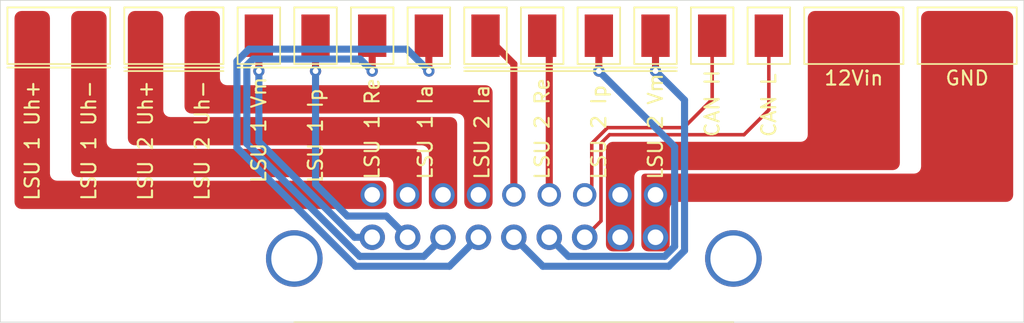
<source format=kicad_pcb>
(kicad_pcb (version 20171130) (host pcbnew "(5.1.10)-1")

  (general
    (thickness 1.6)
    (drawings 83)
    (tracks 59)
    (zones 0)
    (modules 2)
    (nets 17)
  )

  (page A4)
  (layers
    (0 F.Cu signal)
    (31 B.Cu signal)
    (32 B.Adhes user)
    (33 F.Adhes user)
    (34 B.Paste user)
    (35 F.Paste user)
    (36 B.SilkS user)
    (37 F.SilkS user)
    (38 B.Mask user)
    (39 F.Mask user)
    (40 Dwgs.User user)
    (41 Cmts.User user)
    (42 Eco1.User user)
    (43 Eco2.User user)
    (44 Edge.Cuts user)
    (45 Margin user)
    (46 B.CrtYd user)
    (47 F.CrtYd user)
    (48 B.Fab user)
    (49 F.Fab user)
  )

  (setup
    (last_trace_width 0.25)
    (user_trace_width 0.5)
    (trace_clearance 0.2)
    (zone_clearance 0.2)
    (zone_45_only no)
    (trace_min 0.2)
    (via_size 0.8)
    (via_drill 0.4)
    (via_min_size 0.4)
    (via_min_drill 0.3)
    (uvia_size 0.3)
    (uvia_drill 0.1)
    (uvias_allowed no)
    (uvia_min_size 0.2)
    (uvia_min_drill 0.1)
    (edge_width 0.05)
    (segment_width 0.2)
    (pcb_text_width 0.3)
    (pcb_text_size 1.5 1.5)
    (mod_edge_width 0.12)
    (mod_text_size 1 1)
    (mod_text_width 0.15)
    (pad_size 1.524 1.524)
    (pad_drill 0.762)
    (pad_to_mask_clearance 0)
    (aux_axis_origin 0 0)
    (visible_elements 7FFFFFFF)
    (pcbplotparams
      (layerselection 0x010fc_ffffffff)
      (usegerberextensions false)
      (usegerberattributes true)
      (usegerberadvancedattributes true)
      (creategerberjobfile true)
      (excludeedgelayer true)
      (linewidth 0.150000)
      (plotframeref false)
      (viasonmask false)
      (mode 1)
      (useauxorigin false)
      (hpglpennumber 1)
      (hpglpenspeed 20)
      (hpglpendiameter 15.000000)
      (psnegative false)
      (psa4output false)
      (plotreference true)
      (plotvalue true)
      (plotinvisibletext false)
      (padsonsilk false)
      (subtractmaskfromsilk false)
      (outputformat 1)
      (mirror false)
      (drillshape 0)
      (scaleselection 1)
      (outputdirectory "export/connector_board/"))
  )

  (net 0 "")
  (net 1 GND)
  (net 2 /12_RAW)
  (net 3 /CAN_H)
  (net 4 /CAN_L)
  (net 5 /LSU_1_Ip)
  (net 6 /LSU_1_Vm)
  (net 7 /LSU_1_Uh-)
  (net 8 /LSU_1_Uh+)
  (net 9 /LSU_1_Ia)
  (net 10 /LSU_1_Re)
  (net 11 /LSU_2_Ip)
  (net 12 /LSU_2_Vm)
  (net 13 /LSU_2_Uh-)
  (net 14 /LSU_2_Uh+)
  (net 15 /LSU_2_Ia)
  (net 16 /LSU_2_Re)

  (net_class Default "Dit is de standaard class."
    (clearance 0.2)
    (trace_width 0.25)
    (via_dia 0.8)
    (via_drill 0.4)
    (uvia_dia 0.3)
    (uvia_drill 0.1)
    (add_net /12_RAW)
    (add_net /CAN_H)
    (add_net /CAN_L)
    (add_net /LSU_1_Ia)
    (add_net /LSU_1_Ip)
    (add_net /LSU_1_Re)
    (add_net /LSU_1_Uh+)
    (add_net /LSU_1_Uh-)
    (add_net /LSU_1_Vm)
    (add_net /LSU_2_Ia)
    (add_net /LSU_2_Ip)
    (add_net /LSU_2_Re)
    (add_net /LSU_2_Uh+)
    (add_net /LSU_2_Uh-)
    (add_net /LSU_2_Vm)
    (add_net GND)
  )

  (module lib_wideband_sigle_board:MX23A18NF1 (layer F.Cu) (tedit 6128E122) (tstamp 6129235D)
    (at 150.25 87.75)
    (path /6128C080)
    (fp_text reference J1 (at 0 -5) (layer F.SilkS) hide
      (effects (font (size 1.001126 1.001126) (thickness 0.15)))
    )
    (fp_text value Conn_01x18 (at 0 -1.5) (layer F.Fab)
      (effects (font (size 1.000094 1.000094) (thickness 0.15)))
    )
    (fp_line (start -15.5 6) (end 15.5 6) (layer F.SilkS) (width 0.12))
    (pad 18 thru_hole circle (at -10 -3) (size 1.65 1.65) (drill 1.1) (layers *.Cu *.Mask)
      (net 8 /LSU_1_Uh+))
    (pad 17 thru_hole circle (at -7.5 -3) (size 1.65 1.65) (drill 1.1) (layers *.Cu *.Mask)
      (net 7 /LSU_1_Uh-))
    (pad 16 thru_hole circle (at -5 -3) (size 1.65 1.65) (drill 1.1) (layers *.Cu *.Mask)
      (net 14 /LSU_2_Uh+))
    (pad 15 thru_hole circle (at -2.5 -3) (size 1.65 1.65) (drill 1.1) (layers *.Cu *.Mask)
      (net 13 /LSU_2_Uh-))
    (pad 14 thru_hole circle (at 0 -3) (size 1.65 1.65) (drill 1.1) (layers *.Cu *.Mask)
      (net 15 /LSU_2_Ia))
    (pad 13 thru_hole circle (at 2.5 -3) (size 1.65 1.65) (drill 1.1) (layers *.Cu *.Mask)
      (net 16 /LSU_2_Re))
    (pad 12 thru_hole circle (at 5 -3) (size 1.65 1.65) (drill 1.1) (layers *.Cu *.Mask)
      (net 3 /CAN_H))
    (pad 11 thru_hole circle (at 7.5 -3) (size 1.65 1.65) (drill 1.1) (layers *.Cu *.Mask)
      (net 2 /12_RAW))
    (pad 10 thru_hole circle (at 10 -3) (size 1.65 1.65) (drill 1.1) (layers *.Cu *.Mask)
      (net 1 GND))
    (pad "" thru_hole circle (at -15.5 1.5) (size 4 4) (drill 3.25) (layers *.Cu *.Mask))
    (pad "" thru_hole circle (at 15.5 1.5) (size 4 4) (drill 3.25) (layers *.Cu *.Mask))
    (pad 9 thru_hole circle (at 10 0) (size 1.8 1.8) (drill 1.1) (layers *.Cu *.Mask)
      (net 1 GND))
    (pad 8 thru_hole circle (at 7.5 0) (size 1.8 1.8) (drill 1.1) (layers *.Cu *.Mask)
      (net 2 /12_RAW))
    (pad 7 thru_hole circle (at 5 0) (size 1.8 1.8) (drill 1.1) (layers *.Cu *.Mask)
      (net 4 /CAN_L))
    (pad 6 thru_hole circle (at 2.5 0) (size 1.8 1.8) (drill 1.1) (layers *.Cu *.Mask)
      (net 11 /LSU_2_Ip))
    (pad 5 thru_hole circle (at 0 0) (size 1.8 1.8) (drill 1.1) (layers *.Cu *.Mask)
      (net 12 /LSU_2_Vm))
    (pad 4 thru_hole circle (at -2.5 0) (size 1.8 1.8) (drill 1.1) (layers *.Cu *.Mask)
      (net 9 /LSU_1_Ia))
    (pad 3 thru_hole circle (at -5 0) (size 1.8 1.8) (drill 1.1) (layers *.Cu *.Mask)
      (net 10 /LSU_1_Re))
    (pad 2 thru_hole circle (at -7.5 0) (size 1.8 1.8) (drill 1.1) (layers *.Cu *.Mask)
      (net 5 /LSU_1_Ip))
    (pad 1 thru_hole circle (at -10 0) (size 1.8 1.8) (drill 1.1) (layers *.Cu *.Mask)
      (net 6 /LSU_1_Vm))
    (model ${KIPRJMOD}/lib_wideband_sigle_board/MX23A18NF1.stp
      (offset (xyz 0 -29.8 8.199999999999999))
      (scale (xyz 1 1 1))
      (rotate (xyz -90 0 0))
    )
  )

  (module TestPoint:Solder_pad_18X1X3.0X2.0mm (layer F.Cu) (tedit 6128BDA3) (tstamp 6128D222)
    (at 150.25 73.5 180)
    (path /6128D1AB)
    (fp_text reference J2 (at 0 -4.5) (layer F.SilkS) hide
      (effects (font (size 1 1) (thickness 0.15)))
    )
    (fp_text value Conn_01x18 (at 0 -2.5) (layer F.Fab)
      (effects (font (size 1 1) (thickness 0.15)))
    )
    (pad 18 smd rect (at -34 0 180) (size 2 3) (layers F.Cu F.Paste F.Mask)
      (net 1 GND))
    (pad 17 smd rect (at -30 0 180) (size 2 3) (layers F.Cu F.Paste F.Mask)
      (net 1 GND))
    (pad 16 smd rect (at -26 0 180) (size 2 3) (layers F.Cu F.Paste F.Mask)
      (net 2 /12_RAW))
    (pad 15 smd rect (at -22 0 180) (size 2 3) (layers F.Cu F.Paste F.Mask)
      (net 2 /12_RAW))
    (pad 14 smd rect (at -18 0 180) (size 2 3) (layers F.Cu F.Paste F.Mask)
      (net 4 /CAN_L))
    (pad 13 smd rect (at -14 0 180) (size 2 3) (layers F.Cu F.Paste F.Mask)
      (net 3 /CAN_H))
    (pad 12 smd rect (at -10 0 180) (size 2 3) (layers F.Cu F.Paste F.Mask)
      (net 12 /LSU_2_Vm))
    (pad 11 smd rect (at -6 0 180) (size 2 3) (layers F.Cu F.Paste F.Mask)
      (net 11 /LSU_2_Ip))
    (pad 10 smd rect (at -2 0 180) (size 2 3) (layers F.Cu F.Paste F.Mask)
      (net 16 /LSU_2_Re))
    (pad 9 smd rect (at 2 0 180) (size 2 3) (layers F.Cu F.Paste F.Mask)
      (net 15 /LSU_2_Ia))
    (pad 8 smd rect (at 6 0 180) (size 2 3) (layers F.Cu F.Paste F.Mask)
      (net 9 /LSU_1_Ia))
    (pad 7 smd rect (at 10 0 180) (size 2 3) (layers F.Cu F.Paste F.Mask)
      (net 10 /LSU_1_Re))
    (pad 6 smd rect (at 14 0 180) (size 2 3) (layers F.Cu F.Paste F.Mask)
      (net 5 /LSU_1_Ip))
    (pad 5 smd rect (at 18 0 180) (size 2 3) (layers F.Cu F.Paste F.Mask)
      (net 6 /LSU_1_Vm))
    (pad 1 smd rect (at 34 0 180) (size 2 3) (layers F.Cu F.Paste F.Mask)
      (net 8 /LSU_1_Uh+))
    (pad 2 smd rect (at 30 0 180) (size 2 3) (layers F.Cu F.Paste F.Mask)
      (net 7 /LSU_1_Uh-))
    (pad 3 smd rect (at 26 0 180) (size 2 3) (layers F.Cu F.Paste F.Mask)
      (net 14 /LSU_2_Uh+))
    (pad 4 smd rect (at 22 0 180) (size 2 3) (layers F.Cu F.Paste F.Mask)
      (net 13 /LSU_2_Uh-))
  )

  (gr_text "LSU 2 Vm" (at 160.25 83.75 90) (layer F.SilkS) (tstamp 61294270)
    (effects (font (size 1 1) (thickness 0.15)) (justify left))
  )
  (gr_text "LSU 2 Ip" (at 156.25 83.75 90) (layer F.SilkS) (tstamp 61294213)
    (effects (font (size 1 1) (thickness 0.15)) (justify left))
  )
  (gr_text "LSU 2 Re" (at 152.25 83.75 90) (layer F.SilkS) (tstamp 61294201)
    (effects (font (size 1 1) (thickness 0.15)) (justify left))
  )
  (gr_text "LSU 2 Ia" (at 148 83.75 90) (layer F.SilkS) (tstamp 61294201)
    (effects (font (size 1 1) (thickness 0.15)) (justify left))
  )
  (gr_text "LSU 1 Ia" (at 144 83.75 90) (layer F.SilkS) (tstamp 61294201)
    (effects (font (size 1 1) (thickness 0.15)) (justify left))
  )
  (gr_text "LSU 1 Re" (at 140.25 83.75 90) (layer F.SilkS) (tstamp 61294201)
    (effects (font (size 1 1) (thickness 0.15)) (justify left))
  )
  (gr_text "LSU 1 Ip" (at 136.25 84 90) (layer F.SilkS)
    (effects (font (size 1 1) (thickness 0.15)) (justify left))
  )
  (gr_text "LSU 1 Vm" (at 132.25 84 90) (layer F.SilkS) (tstamp 612941CB)
    (effects (font (size 1 1) (thickness 0.15)) (justify left))
  )
  (gr_line (start 121.75 75.75) (end 114.5 75.75) (layer F.SilkS) (width 0.12))
  (gr_line (start 122.75 76) (end 129.75 76) (layer F.SilkS) (width 0.12))
  (gr_line (start 129.75 75.75) (end 122.75 75.75) (layer F.SilkS) (width 0.12))
  (gr_line (start 146.75 76) (end 161.75 76) (layer F.SilkS) (width 0.12))
  (gr_line (start 145.75 75.75) (end 130.75 75.75) (layer F.SilkS) (width 0.12))
  (gr_line (start 161.75 75.75) (end 146.75 75.75) (layer F.SilkS) (width 0.12))
  (gr_line (start 133.75 71.5) (end 133.75 75.5) (layer F.SilkS) (width 0.12) (tstamp 61294114))
  (gr_line (start 130.75 75.5) (end 130.75 71.5) (layer F.SilkS) (width 0.12) (tstamp 61294113))
  (gr_line (start 130.75 71.5) (end 133.75 71.5) (layer F.SilkS) (width 0.12) (tstamp 61294112))
  (gr_line (start 133.75 75.5) (end 130.75 75.5) (layer F.SilkS) (width 0.12) (tstamp 61294111))
  (gr_line (start 137.75 71.5) (end 137.75 75.5) (layer F.SilkS) (width 0.12) (tstamp 61294114))
  (gr_line (start 134.75 75.5) (end 134.75 71.5) (layer F.SilkS) (width 0.12) (tstamp 61294113))
  (gr_line (start 134.75 71.5) (end 137.75 71.5) (layer F.SilkS) (width 0.12) (tstamp 61294112))
  (gr_line (start 137.75 75.5) (end 134.75 75.5) (layer F.SilkS) (width 0.12) (tstamp 61294111))
  (gr_line (start 141.75 71.5) (end 141.75 75.5) (layer F.SilkS) (width 0.12) (tstamp 61294114))
  (gr_line (start 138.75 75.5) (end 138.75 71.5) (layer F.SilkS) (width 0.12) (tstamp 61294113))
  (gr_line (start 138.75 71.5) (end 141.75 71.5) (layer F.SilkS) (width 0.12) (tstamp 61294112))
  (gr_line (start 141.75 75.5) (end 138.75 75.5) (layer F.SilkS) (width 0.12) (tstamp 61294111))
  (gr_line (start 145.75 71.5) (end 145.75 75.5) (layer F.SilkS) (width 0.12) (tstamp 61294114))
  (gr_line (start 142.75 75.5) (end 142.75 71.5) (layer F.SilkS) (width 0.12) (tstamp 61294113))
  (gr_line (start 142.75 71.5) (end 145.75 71.5) (layer F.SilkS) (width 0.12) (tstamp 61294112))
  (gr_line (start 145.75 75.5) (end 142.75 75.5) (layer F.SilkS) (width 0.12) (tstamp 61294111))
  (gr_line (start 149.75 71.5) (end 149.75 75.5) (layer F.SilkS) (width 0.12) (tstamp 61294114))
  (gr_line (start 146.75 75.5) (end 146.75 71.5) (layer F.SilkS) (width 0.12) (tstamp 61294113))
  (gr_line (start 146.75 71.5) (end 149.75 71.5) (layer F.SilkS) (width 0.12) (tstamp 61294112))
  (gr_line (start 149.75 75.5) (end 146.75 75.5) (layer F.SilkS) (width 0.12) (tstamp 61294111))
  (gr_line (start 153.75 71.5) (end 153.75 75.5) (layer F.SilkS) (width 0.12) (tstamp 61294114))
  (gr_line (start 150.75 75.5) (end 150.75 71.5) (layer F.SilkS) (width 0.12) (tstamp 61294113))
  (gr_line (start 150.75 71.5) (end 153.75 71.5) (layer F.SilkS) (width 0.12) (tstamp 61294112))
  (gr_line (start 153.75 75.5) (end 150.75 75.5) (layer F.SilkS) (width 0.12) (tstamp 61294111))
  (gr_line (start 157.75 71.5) (end 157.75 75.5) (layer F.SilkS) (width 0.12) (tstamp 61294114))
  (gr_line (start 154.75 75.5) (end 154.75 71.5) (layer F.SilkS) (width 0.12) (tstamp 61294113))
  (gr_line (start 154.75 71.5) (end 157.75 71.5) (layer F.SilkS) (width 0.12) (tstamp 61294112))
  (gr_line (start 157.75 75.5) (end 154.75 75.5) (layer F.SilkS) (width 0.12) (tstamp 61294111))
  (gr_line (start 161.75 71.5) (end 161.75 75.5) (layer F.SilkS) (width 0.12) (tstamp 61294114))
  (gr_line (start 158.75 75.5) (end 158.75 71.5) (layer F.SilkS) (width 0.12) (tstamp 61294113))
  (gr_line (start 158.75 71.5) (end 161.75 71.5) (layer F.SilkS) (width 0.12) (tstamp 61294112))
  (gr_line (start 161.75 75.5) (end 158.75 75.5) (layer F.SilkS) (width 0.12) (tstamp 61294111))
  (gr_line (start 114 93.75) (end 114 71) (layer Edge.Cuts) (width 0.05) (tstamp 6128E051))
  (gr_line (start 186.25 93.75) (end 114 93.75) (layer Edge.Cuts) (width 0.05))
  (gr_line (start 186.25 71) (end 186.25 93.75) (layer Edge.Cuts) (width 0.05))
  (gr_line (start 114 71) (end 186.25 71) (layer Edge.Cuts) (width 0.05))
  (gr_text "CAN H" (at 164.25 80.75 90) (layer F.SilkS)
    (effects (font (size 1 1) (thickness 0.15)) (justify left))
  )
  (gr_text "CAN L" (at 168.25 80.75 90) (layer F.SilkS)
    (effects (font (size 1 1) (thickness 0.15)) (justify left))
  )
  (gr_line (start 162.75 71.5) (end 165.75 71.5) (layer F.SilkS) (width 0.12) (tstamp 6128DD87))
  (gr_line (start 162.75 75.5) (end 162.75 71.5) (layer F.SilkS) (width 0.12))
  (gr_line (start 165.75 75.5) (end 162.75 75.5) (layer F.SilkS) (width 0.12))
  (gr_line (start 165.75 71.5) (end 165.75 75.5) (layer F.SilkS) (width 0.12))
  (gr_line (start 166.75 75.5) (end 166.75 71.5) (layer F.SilkS) (width 0.12) (tstamp 6128DD86))
  (gr_line (start 169.75 75.5) (end 166.75 75.5) (layer F.SilkS) (width 0.12))
  (gr_line (start 169.75 71.5) (end 169.75 75.5) (layer F.SilkS) (width 0.12))
  (gr_line (start 166.75 71.5) (end 169.75 71.5) (layer F.SilkS) (width 0.12))
  (gr_text 12Vin (at 174.25 76.5) (layer F.SilkS)
    (effects (font (size 1 1) (thickness 0.15)))
  )
  (gr_text GND (at 182.25 76.5) (layer F.SilkS) (tstamp 6128DD33)
    (effects (font (size 1 1) (thickness 0.15)))
  )
  (gr_line (start 178.75 75.5) (end 178.75 71.5) (layer F.SilkS) (width 0.12) (tstamp 6128DD29))
  (gr_line (start 185.75 75.5) (end 178.75 75.5) (layer F.SilkS) (width 0.12))
  (gr_line (start 185.75 71.5) (end 185.75 75.5) (layer F.SilkS) (width 0.12))
  (gr_line (start 178.75 71.5) (end 185.75 71.5) (layer F.SilkS) (width 0.12))
  (gr_line (start 170.75 75.5) (end 170.75 71.5) (layer F.SilkS) (width 0.12) (tstamp 6128DD28))
  (gr_line (start 177.75 75.5) (end 170.75 75.5) (layer F.SilkS) (width 0.12))
  (gr_line (start 177.75 75.25) (end 177.75 75.5) (layer F.SilkS) (width 0.12))
  (gr_line (start 177.75 71.5) (end 177.75 75.25) (layer F.SilkS) (width 0.12))
  (gr_line (start 170.75 71.5) (end 177.75 71.5) (layer F.SilkS) (width 0.12))
  (gr_text "LSU 2 Uh+" (at 124.25 85.25 90) (layer F.SilkS) (tstamp 6128D934)
    (effects (font (size 1 1) (thickness 0.15)) (justify left))
  )
  (gr_text "LSU 2 Uh-" (at 128.25 85.25 90) (layer F.SilkS) (tstamp 6128D92F)
    (effects (font (size 1 1) (thickness 0.15)) (justify left))
  )
  (gr_text "LSU 1 Uh-" (at 120.25 85.25 90) (layer F.SilkS)
    (effects (font (size 1 1) (thickness 0.15)) (justify left))
  )
  (gr_text "LSU 1 Uh+" (at 116.25 85.25 90) (layer F.SilkS) (tstamp 6128D92A)
    (effects (font (size 1 1) (thickness 0.15)) (justify left))
  )
  (gr_line (start 122.75 75.5) (end 122.75 71.5) (layer F.SilkS) (width 0.12) (tstamp 6128D925))
  (gr_line (start 129.75 75.5) (end 122.75 75.5) (layer F.SilkS) (width 0.12))
  (gr_line (start 129.75 71.5) (end 129.75 75.5) (layer F.SilkS) (width 0.12))
  (gr_line (start 122.75 71.5) (end 129.75 71.5) (layer F.SilkS) (width 0.12))
  (gr_line (start 114.5 75.5) (end 114.5 71.5) (layer F.SilkS) (width 0.12) (tstamp 6128D924))
  (gr_line (start 121.75 75.5) (end 114.5 75.5) (layer F.SilkS) (width 0.12))
  (gr_line (start 121.75 71.5) (end 121.75 75.5) (layer F.SilkS) (width 0.12))
  (gr_line (start 114.5 71.5) (end 121.75 71.5) (layer F.SilkS) (width 0.12))

  (segment (start 164.25 78) (end 164.25 73.5) (width 0.25) (layer F.Cu) (net 3))
  (segment (start 162.25 80) (end 164.25 78) (width 0.25) (layer F.Cu) (net 3))
  (segment (start 156.863589 80) (end 162.25 80) (width 0.25) (layer F.Cu) (net 3))
  (segment (start 155.75 81.113589) (end 156.863589 80) (width 0.25) (layer F.Cu) (net 3))
  (segment (start 155.75 84.25) (end 155.75 81.113589) (width 0.25) (layer F.Cu) (net 3))
  (segment (start 155.25 84.75) (end 155.75 84.25) (width 0.25) (layer F.Cu) (net 3))
  (segment (start 168.25 78.75) (end 168.25 73.5) (width 0.25) (layer F.Cu) (net 4))
  (segment (start 166.5 80.5) (end 168.25 78.75) (width 0.25) (layer F.Cu) (net 4))
  (segment (start 157 80.5) (end 166.5 80.5) (width 0.25) (layer F.Cu) (net 4))
  (segment (start 156.400001 81.099999) (end 157 80.5) (width 0.25) (layer F.Cu) (net 4))
  (segment (start 156.400001 86.599999) (end 156.400001 81.099999) (width 0.25) (layer F.Cu) (net 4))
  (segment (start 155.25 87.75) (end 156.400001 86.599999) (width 0.25) (layer F.Cu) (net 4))
  (via (at 136.25 76) (size 0.8) (drill 0.4) (layers F.Cu B.Cu) (net 5))
  (segment (start 136.25 73.5) (end 136.25 76) (width 0.5) (layer F.Cu) (net 5))
  (segment (start 136.25 84) (end 136.25 76) (width 0.5) (layer B.Cu) (net 5))
  (segment (start 138.5 86.25) (end 136.25 84) (width 0.5) (layer B.Cu) (net 5))
  (segment (start 141.25 86.25) (end 138.5 86.25) (width 0.5) (layer B.Cu) (net 5))
  (segment (start 142.75 87.75) (end 141.25 86.25) (width 0.5) (layer B.Cu) (net 5))
  (via (at 132.25 76) (size 0.8) (drill 0.4) (layers F.Cu B.Cu) (net 6))
  (segment (start 132.25 73.5) (end 132.25 76) (width 0.5) (layer F.Cu) (net 6))
  (segment (start 132.25 76) (end 132.25 80.989965) (width 0.5) (layer B.Cu) (net 6))
  (segment (start 132.25 80.989965) (end 139.010035 87.75) (width 0.5) (layer B.Cu) (net 6))
  (segment (start 139.010035 87.75) (end 140.25 87.75) (width 0.5) (layer B.Cu) (net 6))
  (segment (start 144.25 73.5) (end 144.25 76) (width 0.5) (layer F.Cu) (net 9))
  (via (at 144.25 76) (size 0.8) (drill 0.4) (layers F.Cu B.Cu) (net 9))
  (segment (start 145.699989 89.800011) (end 139.080116 89.800011) (width 0.5) (layer B.Cu) (net 9))
  (segment (start 131.552045 74.449988) (end 142.699989 74.449989) (width 0.5) (layer B.Cu) (net 9))
  (segment (start 130.699988 75.302045) (end 131.552045 74.449988) (width 0.5) (layer B.Cu) (net 9))
  (segment (start 130.699988 81.419883) (end 130.699988 75.302045) (width 0.5) (layer B.Cu) (net 9))
  (segment (start 139.080116 89.800011) (end 130.699988 81.419883) (width 0.5) (layer B.Cu) (net 9))
  (segment (start 147.75 87.75) (end 145.699989 89.800011) (width 0.5) (layer B.Cu) (net 9))
  (segment (start 142.699989 74.449989) (end 144.25 76) (width 0.5) (layer B.Cu) (net 9))
  (via (at 140.25 76) (size 0.8) (drill 0.4) (layers F.Cu B.Cu) (net 10))
  (segment (start 140.25 73.5) (end 140.25 76) (width 0.5) (layer F.Cu) (net 10))
  (segment (start 131.841999 75.149999) (end 139.399999 75.149999) (width 0.5) (layer B.Cu) (net 10))
  (segment (start 143.899999 89.100001) (end 139.370071 89.100001) (width 0.5) (layer B.Cu) (net 10))
  (segment (start 131.399999 81.129929) (end 131.399999 75.591999) (width 0.5) (layer B.Cu) (net 10))
  (segment (start 139.399999 75.149999) (end 140.25 76) (width 0.5) (layer B.Cu) (net 10))
  (segment (start 131.399999 75.591999) (end 131.841999 75.149999) (width 0.5) (layer B.Cu) (net 10))
  (segment (start 145.25 87.75) (end 143.899999 89.100001) (width 0.5) (layer B.Cu) (net 10))
  (segment (start 139.370071 89.100001) (end 131.399999 81.129929) (width 0.5) (layer B.Cu) (net 10))
  (segment (start 161.600001 88.398001) (end 161.600001 81.350001) (width 0.5) (layer B.Cu) (net 11))
  (segment (start 160.898001 89.100001) (end 161.600001 88.398001) (width 0.5) (layer B.Cu) (net 11))
  (segment (start 154.100001 89.100001) (end 160.898001 89.100001) (width 0.5) (layer B.Cu) (net 11))
  (segment (start 152.75 87.75) (end 154.100001 89.100001) (width 0.5) (layer B.Cu) (net 11))
  (via (at 156.25 76) (size 0.8) (drill 0.4) (layers F.Cu B.Cu) (net 11))
  (segment (start 161.600001 81.350001) (end 156.25 76) (width 0.5) (layer B.Cu) (net 11))
  (segment (start 156.25 76) (end 156.25 73.5) (width 0.5) (layer F.Cu) (net 11))
  (via (at 160.25 76) (size 0.8) (drill 0.4) (layers F.Cu B.Cu) (net 12))
  (segment (start 160.25 73.5) (end 160.25 76) (width 0.5) (layer F.Cu) (net 12))
  (segment (start 152.300011 89.800011) (end 150.25 87.75) (width 0.5) (layer B.Cu) (net 12))
  (segment (start 161.187954 89.800011) (end 152.300011 89.800011) (width 0.5) (layer B.Cu) (net 12))
  (segment (start 162.300011 88.687954) (end 161.187954 89.800011) (width 0.5) (layer B.Cu) (net 12))
  (segment (start 162.300011 78.050011) (end 162.300011 88.687954) (width 0.5) (layer B.Cu) (net 12))
  (segment (start 160.25 76) (end 162.300011 78.050011) (width 0.5) (layer B.Cu) (net 12))
  (segment (start 150.25 75.5) (end 148.25 73.5) (width 0.5) (layer F.Cu) (net 15))
  (segment (start 150.25 84.75) (end 150.25 75.5) (width 0.5) (layer F.Cu) (net 15))
  (segment (start 152.75 74) (end 152.25 73.5) (width 0.5) (layer F.Cu) (net 16))
  (segment (start 152.75 84.75) (end 152.75 74) (width 0.5) (layer F.Cu) (net 16))

  (zone (net 1) (net_name GND) (layer F.Cu) (tstamp 6128F198) (hatch edge 0.508)
    (connect_pads yes (clearance 0.2))
    (min_thickness 0.254)
    (fill yes (arc_segments 32) (thermal_gap 0.508) (thermal_bridge_width 0.508) (smoothing fillet) (radius 0.5))
    (polygon
      (pts
        (xy 185.5 85.25) (xy 161.25 85.25) (xy 161.25 88.75) (xy 159.25 88.75) (xy 159.25 83.75)
        (xy 159.25 83.25) (xy 179 83.25) (xy 179 71.75) (xy 185.5 71.75)
      )
    )
    (filled_polygon
      (pts
        (xy 185.096257 71.890769) (xy 185.185955 71.927923) (xy 185.262976 71.987024) (xy 185.322077 72.064045) (xy 185.359231 72.153743)
        (xy 185.373 72.258328) (xy 185.373 84.741672) (xy 185.359231 84.846257) (xy 185.322077 84.935955) (xy 185.262976 85.012976)
        (xy 185.185955 85.072077) (xy 185.096257 85.109231) (xy 184.991672 85.123) (xy 161.75 85.123) (xy 161.733423 85.124086)
        (xy 161.604013 85.141123) (xy 161.571989 85.149704) (xy 161.451399 85.199654) (xy 161.422687 85.216232) (xy 161.319134 85.295692)
        (xy 161.295692 85.319134) (xy 161.216232 85.422687) (xy 161.199654 85.451399) (xy 161.149704 85.571989) (xy 161.141123 85.604013)
        (xy 161.124086 85.733423) (xy 161.123 85.75) (xy 161.123 88.241672) (xy 161.109231 88.346257) (xy 161.072077 88.435955)
        (xy 161.012976 88.512976) (xy 160.935955 88.572077) (xy 160.846257 88.609231) (xy 160.741672 88.623) (xy 159.758328 88.623)
        (xy 159.653743 88.609231) (xy 159.564045 88.572077) (xy 159.487024 88.512976) (xy 159.427923 88.435955) (xy 159.390769 88.346257)
        (xy 159.377 88.241672) (xy 159.377 83.512509) (xy 159.388662 83.453881) (xy 159.414785 83.414785) (xy 159.453881 83.388662)
        (xy 159.512509 83.377) (xy 178.5 83.377) (xy 178.516577 83.375914) (xy 178.645987 83.358877) (xy 178.678011 83.350296)
        (xy 178.798601 83.300346) (xy 178.827313 83.283768) (xy 178.930866 83.204308) (xy 178.954308 83.180866) (xy 179.033768 83.077313)
        (xy 179.050346 83.048601) (xy 179.100296 82.928011) (xy 179.108877 82.895987) (xy 179.125914 82.766577) (xy 179.127 82.75)
        (xy 179.127 72.258328) (xy 179.140769 72.153743) (xy 179.177923 72.064045) (xy 179.237024 71.987024) (xy 179.314045 71.927923)
        (xy 179.403743 71.890769) (xy 179.508328 71.877) (xy 184.991672 71.877)
      )
    )
  )
  (zone (net 2) (net_name /12_RAW) (layer F.Cu) (tstamp 6128F195) (hatch edge 0.508)
    (connect_pads yes (clearance 0.2))
    (min_thickness 0.254)
    (fill yes (arc_segments 32) (thermal_gap 0.508) (thermal_bridge_width 0.508) (smoothing fillet) (radius 0.5))
    (polygon
      (pts
        (xy 177.5 83) (xy 158.75 83) (xy 158.75 88.75) (xy 156.75 88.75) (xy 156.75 81)
        (xy 171 81) (xy 171 71.75) (xy 177.5 71.75)
      )
    )
    (filled_polygon
      (pts
        (xy 177.096257 71.890769) (xy 177.185955 71.927923) (xy 177.262976 71.987024) (xy 177.322077 72.064045) (xy 177.359231 72.153743)
        (xy 177.373 72.258328) (xy 177.373 82.491672) (xy 177.359231 82.596257) (xy 177.322077 82.685955) (xy 177.262976 82.762976)
        (xy 177.185955 82.822077) (xy 177.096257 82.859231) (xy 176.991672 82.873) (xy 159.25 82.873) (xy 159.233423 82.874086)
        (xy 159.104013 82.891123) (xy 159.071989 82.899704) (xy 158.951399 82.949654) (xy 158.922687 82.966232) (xy 158.819134 83.045692)
        (xy 158.795692 83.069134) (xy 158.716232 83.172687) (xy 158.699654 83.201399) (xy 158.649704 83.321989) (xy 158.641123 83.354013)
        (xy 158.624086 83.483423) (xy 158.623 83.5) (xy 158.623 88.241672) (xy 158.609231 88.346257) (xy 158.572077 88.435955)
        (xy 158.512976 88.512976) (xy 158.435955 88.572077) (xy 158.346257 88.609231) (xy 158.241672 88.623) (xy 157.258328 88.623)
        (xy 157.153743 88.609231) (xy 157.064045 88.572077) (xy 156.987024 88.512976) (xy 156.927923 88.435955) (xy 156.890769 88.346257)
        (xy 156.877 88.241672) (xy 156.877 81.508328) (xy 156.890769 81.403743) (xy 156.927923 81.314045) (xy 156.987024 81.237024)
        (xy 157.064045 81.177923) (xy 157.153743 81.140769) (xy 157.258328 81.127) (xy 170.5 81.127) (xy 170.516577 81.125914)
        (xy 170.645987 81.108877) (xy 170.678011 81.100296) (xy 170.798601 81.050346) (xy 170.827313 81.033768) (xy 170.930866 80.954308)
        (xy 170.954308 80.930866) (xy 171.033768 80.827313) (xy 171.050346 80.798601) (xy 171.100296 80.678011) (xy 171.108877 80.645987)
        (xy 171.125914 80.516577) (xy 171.127 80.5) (xy 171.127 72.258328) (xy 171.140769 72.153743) (xy 171.177923 72.064045)
        (xy 171.237024 71.987024) (xy 171.314045 71.927923) (xy 171.403743 71.890769) (xy 171.508328 71.877) (xy 176.991672 71.877)
      )
    )
  )
  (zone (net 8) (net_name /LSU_1_Uh+) (layer F.Cu) (tstamp 6128F192) (hatch edge 0.508)
    (connect_pads yes (clearance 0.2))
    (min_thickness 0.254)
    (fill yes (arc_segments 32) (thermal_gap 0.508) (thermal_bridge_width 0.508) (smoothing fillet) (radius 0.5))
    (polygon
      (pts
        (xy 117.5 83.75) (xy 141.25 83.75) (xy 141.25 85.75) (xy 115 85.75) (xy 115 71.75)
        (xy 117.5 71.75)
      )
    )
    (filled_polygon
      (pts
        (xy 117.096257 71.890769) (xy 117.185955 71.927923) (xy 117.262976 71.987024) (xy 117.322077 72.064045) (xy 117.359231 72.153743)
        (xy 117.373 72.258328) (xy 117.373 83.25) (xy 117.374086 83.266577) (xy 117.391123 83.395987) (xy 117.399704 83.428011)
        (xy 117.449654 83.548601) (xy 117.466232 83.577313) (xy 117.545692 83.680866) (xy 117.569134 83.704308) (xy 117.672687 83.783768)
        (xy 117.701399 83.800346) (xy 117.821989 83.850296) (xy 117.854013 83.858877) (xy 117.983423 83.875914) (xy 118 83.877)
        (xy 140.741672 83.877) (xy 140.846257 83.890769) (xy 140.935955 83.927923) (xy 141.012976 83.987024) (xy 141.072077 84.064045)
        (xy 141.109231 84.153743) (xy 141.123 84.258328) (xy 141.123 85.241672) (xy 141.109231 85.346257) (xy 141.072077 85.435955)
        (xy 141.012976 85.512976) (xy 140.935955 85.572077) (xy 140.846257 85.609231) (xy 140.741672 85.623) (xy 115.508328 85.623)
        (xy 115.403743 85.609231) (xy 115.314045 85.572077) (xy 115.237024 85.512976) (xy 115.177923 85.435955) (xy 115.140769 85.346257)
        (xy 115.127 85.241672) (xy 115.127 72.258328) (xy 115.140769 72.153743) (xy 115.177923 72.064045) (xy 115.237024 71.987024)
        (xy 115.314045 71.927923) (xy 115.403743 71.890769) (xy 115.508328 71.877) (xy 116.991672 71.877)
      )
    )
  )
  (zone (net 7) (net_name /LSU_1_Uh-) (layer F.Cu) (tstamp 6128F18F) (hatch edge 0.508)
    (connect_pads yes (clearance 0.2))
    (min_thickness 0.254)
    (fill yes (arc_segments 32) (thermal_gap 0.508) (thermal_bridge_width 0.508) (smoothing fillet) (radius 0.5))
    (polygon
      (pts
        (xy 121.5 81.5) (xy 143.75 81.5) (xy 143.75 85.75) (xy 141.75 85.75) (xy 141.75 83.5)
        (xy 119 83.5) (xy 119 71.75) (xy 121.5 71.75)
      )
    )
    (filled_polygon
      (pts
        (xy 121.096257 71.890769) (xy 121.185955 71.927923) (xy 121.262976 71.987024) (xy 121.322077 72.064045) (xy 121.359231 72.153743)
        (xy 121.373 72.258328) (xy 121.373 81) (xy 121.374086 81.016577) (xy 121.391123 81.145987) (xy 121.399704 81.178011)
        (xy 121.449654 81.298601) (xy 121.466232 81.327313) (xy 121.545692 81.430866) (xy 121.569134 81.454308) (xy 121.672687 81.533768)
        (xy 121.701399 81.550346) (xy 121.821989 81.600296) (xy 121.854013 81.608877) (xy 121.983423 81.625914) (xy 122 81.627)
        (xy 143.241672 81.627) (xy 143.346257 81.640769) (xy 143.435955 81.677923) (xy 143.512976 81.737024) (xy 143.572077 81.814045)
        (xy 143.609231 81.903743) (xy 143.623 82.008328) (xy 143.623 85.241672) (xy 143.609231 85.346257) (xy 143.572077 85.435955)
        (xy 143.512976 85.512976) (xy 143.435955 85.572077) (xy 143.346257 85.609231) (xy 143.241672 85.623) (xy 142.258328 85.623)
        (xy 142.153743 85.609231) (xy 142.064045 85.572077) (xy 141.987024 85.512976) (xy 141.927923 85.435955) (xy 141.890769 85.346257)
        (xy 141.877 85.241672) (xy 141.877 84) (xy 141.875914 83.983423) (xy 141.858877 83.854013) (xy 141.850296 83.821989)
        (xy 141.800346 83.701399) (xy 141.783768 83.672687) (xy 141.704308 83.569134) (xy 141.680866 83.545692) (xy 141.577313 83.466232)
        (xy 141.548601 83.449654) (xy 141.428011 83.399704) (xy 141.395987 83.391123) (xy 141.266577 83.374086) (xy 141.25 83.373)
        (xy 119.508328 83.373) (xy 119.403743 83.359231) (xy 119.314045 83.322077) (xy 119.237024 83.262976) (xy 119.177923 83.185955)
        (xy 119.140769 83.096257) (xy 119.127 82.991672) (xy 119.127 72.258328) (xy 119.140769 72.153743) (xy 119.177923 72.064045)
        (xy 119.237024 71.987024) (xy 119.314045 71.927923) (xy 119.403743 71.890769) (xy 119.508328 71.877) (xy 120.991672 71.877)
      )
    )
  )
  (zone (net 14) (net_name /LSU_2_Uh+) (layer F.Cu) (tstamp 6128F18C) (hatch edge 0.508)
    (connect_pads yes (clearance 0.2))
    (min_thickness 0.254)
    (fill yes (arc_segments 32) (thermal_gap 0.508) (thermal_bridge_width 0.508) (smoothing fillet) (radius 0.5))
    (polygon
      (pts
        (xy 125.5 79.25) (xy 146.25 79.25) (xy 146.25 85.75) (xy 144.25 85.75) (xy 144.25 81.25)
        (xy 123 81.25) (xy 123 71.75) (xy 125.5 71.75)
      )
    )
    (filled_polygon
      (pts
        (xy 125.096257 71.890769) (xy 125.185955 71.927923) (xy 125.262976 71.987024) (xy 125.322077 72.064045) (xy 125.359231 72.153743)
        (xy 125.373 72.258328) (xy 125.373 78.75) (xy 125.374086 78.766577) (xy 125.391123 78.895987) (xy 125.399704 78.928011)
        (xy 125.449654 79.048601) (xy 125.466232 79.077313) (xy 125.545692 79.180866) (xy 125.569134 79.204308) (xy 125.672687 79.283768)
        (xy 125.701399 79.300346) (xy 125.821989 79.350296) (xy 125.854013 79.358877) (xy 125.983423 79.375914) (xy 126 79.377)
        (xy 145.741672 79.377) (xy 145.846257 79.390769) (xy 145.935955 79.427923) (xy 146.012976 79.487024) (xy 146.072077 79.564045)
        (xy 146.109231 79.653743) (xy 146.123 79.758328) (xy 146.123 85.241672) (xy 146.109231 85.346257) (xy 146.072077 85.435955)
        (xy 146.012976 85.512976) (xy 145.935955 85.572077) (xy 145.846257 85.609231) (xy 145.741672 85.623) (xy 144.758328 85.623)
        (xy 144.653743 85.609231) (xy 144.564045 85.572077) (xy 144.487024 85.512976) (xy 144.427923 85.435955) (xy 144.390769 85.346257)
        (xy 144.377 85.241672) (xy 144.377 81.75) (xy 144.375914 81.733423) (xy 144.358877 81.604013) (xy 144.350296 81.571989)
        (xy 144.300346 81.451399) (xy 144.283768 81.422687) (xy 144.204308 81.319134) (xy 144.180866 81.295692) (xy 144.077313 81.216232)
        (xy 144.048601 81.199654) (xy 143.928011 81.149704) (xy 143.895987 81.141123) (xy 143.766577 81.124086) (xy 143.75 81.123)
        (xy 123.508328 81.123) (xy 123.403743 81.109231) (xy 123.314045 81.072077) (xy 123.237024 81.012976) (xy 123.177923 80.935955)
        (xy 123.140769 80.846257) (xy 123.127 80.741672) (xy 123.127 72.258328) (xy 123.140769 72.153743) (xy 123.177923 72.064045)
        (xy 123.237024 71.987024) (xy 123.314045 71.927923) (xy 123.403743 71.890769) (xy 123.508328 71.877) (xy 124.991672 71.877)
      )
    )
  )
  (zone (net 13) (net_name /LSU_2_Uh-) (layer F.Cu) (tstamp 6128F189) (hatch edge 0.508)
    (connect_pads yes (clearance 0.2))
    (min_thickness 0.254)
    (fill yes (arc_segments 32) (thermal_gap 0.508) (thermal_bridge_width 0.508) (smoothing fillet) (radius 0.5))
    (polygon
      (pts
        (xy 129.5 77) (xy 148.75 77) (xy 148.75 85.75) (xy 146.75 85.75) (xy 146.75 79)
        (xy 127 79) (xy 127 71.75) (xy 129.5 71.75)
      )
    )
    (filled_polygon
      (pts
        (xy 129.096257 71.890769) (xy 129.185955 71.927923) (xy 129.262976 71.987024) (xy 129.322077 72.064045) (xy 129.359231 72.153743)
        (xy 129.373 72.258328) (xy 129.373 76.5) (xy 129.374086 76.516577) (xy 129.391123 76.645987) (xy 129.399704 76.678011)
        (xy 129.449654 76.798601) (xy 129.466232 76.827313) (xy 129.545692 76.930866) (xy 129.569134 76.954308) (xy 129.672687 77.033768)
        (xy 129.701399 77.050346) (xy 129.821989 77.100296) (xy 129.854013 77.108877) (xy 129.983423 77.125914) (xy 130 77.127)
        (xy 148.241672 77.127) (xy 148.346257 77.140769) (xy 148.435955 77.177923) (xy 148.512976 77.237024) (xy 148.572077 77.314045)
        (xy 148.609231 77.403743) (xy 148.623 77.508328) (xy 148.623 85.241672) (xy 148.609231 85.346257) (xy 148.572077 85.435955)
        (xy 148.512976 85.512976) (xy 148.435955 85.572077) (xy 148.346257 85.609231) (xy 148.241672 85.623) (xy 147.258328 85.623)
        (xy 147.153743 85.609231) (xy 147.064045 85.572077) (xy 146.987024 85.512976) (xy 146.927923 85.435955) (xy 146.890769 85.346257)
        (xy 146.877 85.241672) (xy 146.877 79.5) (xy 146.875914 79.483423) (xy 146.858877 79.354013) (xy 146.850296 79.321989)
        (xy 146.800346 79.201399) (xy 146.783768 79.172687) (xy 146.704308 79.069134) (xy 146.680866 79.045692) (xy 146.577313 78.966232)
        (xy 146.548601 78.949654) (xy 146.428011 78.899704) (xy 146.395987 78.891123) (xy 146.266577 78.874086) (xy 146.25 78.873)
        (xy 127.508328 78.873) (xy 127.403743 78.859231) (xy 127.314045 78.822077) (xy 127.237024 78.762976) (xy 127.177923 78.685955)
        (xy 127.140769 78.596257) (xy 127.127 78.491672) (xy 127.127 72.258328) (xy 127.140769 72.153743) (xy 127.177923 72.064045)
        (xy 127.237024 71.987024) (xy 127.314045 71.927923) (xy 127.403743 71.890769) (xy 127.508328 71.877) (xy 128.991672 71.877)
      )
    )
  )
)

</source>
